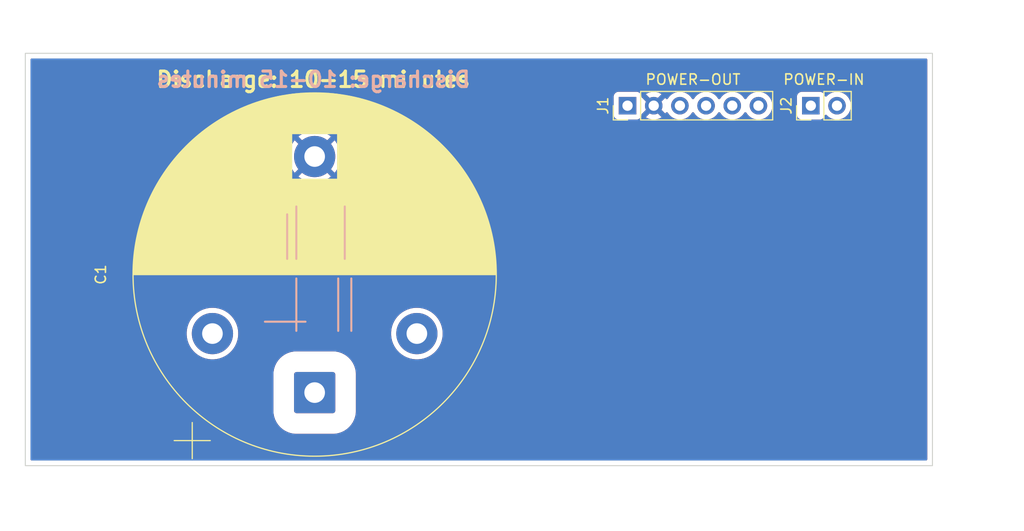
<source format=kicad_pcb>
(kicad_pcb (version 20241229) (generator "pcbnew") (generator_version "9.0")
  (layers (0 "F.Cu" signal) (2 "B.Cu" signal) (13 "F.Paste" user) (15 "B.Paste" user) (5 "F.SilkS" user "F.Silkscreen") (7 "B.SilkS" user "B.Silkscreen") (1 "F.Mask" user) (3 "B.Mask" user) (25 "Edge.Cuts" user))
  (net 0 "")
  (net 1 "GND")
  (net 4 "Net-(SW1-3)")
  (net 5 "+3.3V")
  (net 6 "SDA")
  (net 7 "CHARGING")
  (net 8 "SCL")
  (net 9 "FAULT")
  (footprint "wireless-3v3-supercap:TPLH-2R7_800PS35X71" (layer "F.Cu") (at 53.467 46.863 90)
    (property "Reference" "C1" (at 0 -20.75 90) (layer "F.SilkS"))
    (property "Value" "800F 2.7V")
    (pad "" thru_hole circle (at -5.725 -9.915991 90) (size 4 4) (drill 2) (layers "*.Cu" "*.Mask"))
    (pad "" thru_hole circle (at -5.725 9.915991 90) (size 4 4) (drill 2) (layers "*.Cu" "*.Mask"))
    (pad "1" thru_hole roundrect (at -11.45 0 90) (size 4 4) (drill 2) (layers "*.Cu" "*.Mask") (roundrect_rratio 0.0625) (net 4 "Net-(SW1-3)") (clearance 2))
    (pad "2" thru_hole circle (at 11.45 0 90) (size 4 4) (drill 2) (layers "*.Cu" "*.Mask") (net 1 "GND") (clearance 2))
  )
  (footprint "Connector_PinHeader_2.54mm:PinHeader_1x02_P2.54mm_Vertical" (layer "F.Cu") (at 101.6 30.48 90)
    (property "Reference" "J2" (at 0 -2.38 90) (layer "F.SilkS"))
    (property "Value" "POWER-IN" (at 2.54 1.27 0) (layer "F.SilkS"))
    (pad "1" thru_hole rect (at 0 0 90) (size 1.7 1.7) (drill 1) (layers "*.Cu" "*.Mask"))
    (pad "2" thru_hole circle (at 0 2.54 90) (size 1.7 1.7) (drill 1) (layers "*.Cu" "*.Mask"))
  )
  (footprint "Connector_PinHeader_2.54mm:PinHeader_1x06_P2.54mm_Vertical" (layer "F.Cu") (at 83.82 30.48 90)
    (property "Reference" "J1" (at 0 -2.38 90) (layer "F.SilkS"))
    (property "Value" "POWER-OUT" (at 2.54 6.35 180) (layer "F.SilkS"))
    (pad "1" thru_hole rect (at 0 0 90) (size 1.7 1.7) (drill 1) (layers "*.Cu" "*.Mask") (net 5 "+3.3V"))
    (pad "2" thru_hole circle (at 0 2.54 90) (size 1.7 1.7) (drill 1) (layers "*.Cu" "*.Mask") (net 1 "GND"))
    (pad "3" thru_hole circle (at 0 5.08 90) (size 1.7 1.7) (drill 1) (layers "*.Cu" "*.Mask") (net 7 "CHARGING"))
    (pad "4" thru_hole circle (at 0 7.62 90) (size 1.7 1.7) (drill 1) (layers "*.Cu" "*.Mask") (net 9 "FAULT"))
    (pad "5" thru_hole circle (at 0 10.16 90) (size 1.7 1.7) (drill 1) (layers "*.Cu" "*.Mask") (net 6 "SDA"))
    (pad "6" thru_hole circle (at 0 12.7 90) (size 1.7 1.7) (drill 1) (layers "*.Cu" "*.Mask") (net 8 "SCL"))
  )
  (gr_line (start 55.753 52.324) (end 55.753 47.244) (stroke (width 0.2)) (layer "B.SilkS"))
  (gr_line (start 51.689 52.324) (end 51.689 47.244) (stroke (width 0.2)) (layer "B.SilkS"))
  (gr_line (start 56.388 45.339) (end 56.388 40.259) (stroke (width 0.2)) (layer "B.SilkS"))
  (gr_line (start 52.578 51.435) (end 48.641 51.435) (stroke (width 0.2)) (layer "B.SilkS"))
  (gr_line (start 51.689 45.339) (end 51.689 40.259) (stroke (width 0.2)) (layer "B.SilkS"))
  (gr_line (start 50.8 45.339) (end 50.8 41.021) (stroke (width 0.2)) (layer "B.SilkS"))
  (gr_line (start 57.023 52.324) (end 57.023 47.244) (stroke (width 0.2)) (layer "B.SilkS"))
  (gr_rect (start 25.4 25.4) (end 113.4 65.4) (stroke (width 0.1)) (fill no) (layer "Edge.Cuts"))
  (gr_text "Discharge: 10-15 minutes" (at 53.34 27.94 0) (layer "F.SilkS") (effects (font (size 1.5 1.5) (thickness 0.3) (bold yes))))
  (gr_text "Discharge: 10-15 minutes" (at 53.34 27.94 0) (layer "B.SilkS") (effects (font (size 1.5 1.5) (thickness 0.3) (bold yes)) (justify mirror)))
  (zone (net 1) (net_name "GND") (layers "F.Cu" "B.Cu") (connect_pads (clearance 0.5)) (min_thickness 0.25) (fill yes (thermal_gap 0.5) (thermal_bridge_width 0.5) (island_removal_mode 1) (island_area_min 10))
    (polygon (pts (xy 24.13 24.13) (xy 114.935 24.13) (xy 114.935 66.675) (xy 24.384 66.802)))
  )
)
</source>
